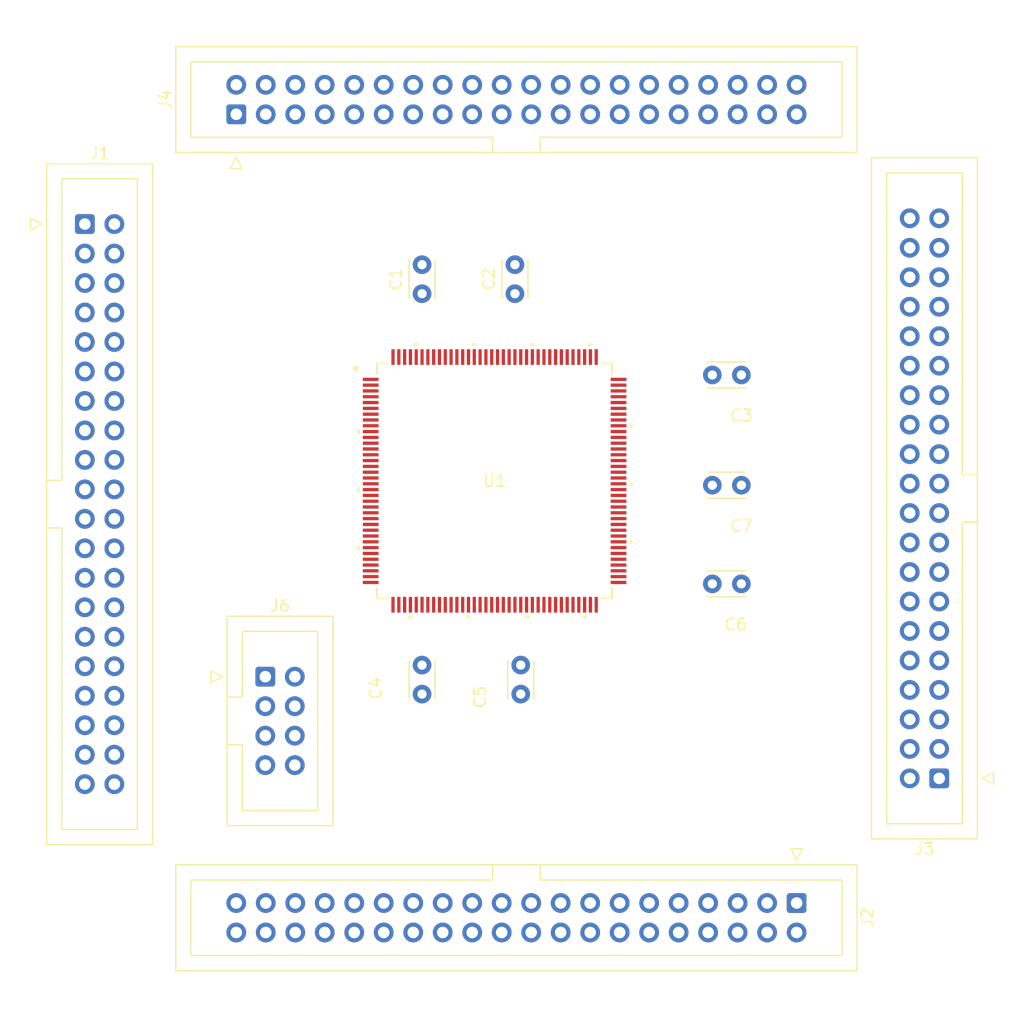
<source format=kicad_pcb>
(kicad_pcb (version 20240108) (generator "pcbnew") (generator_version "8.0")
  (layers (0 "F.Cu" signal) (31 "B.Cu" signal) (34 "B.Paste" user) (35 "F.Paste" user) (36 "B.SilkS" user "B.Silkscreen") (37 "F.SilkS" user "F.Silkscreen") (38 "B.Mask" user) (39 "F.Mask" user) (44 "Edge.Cuts" user))
  (net 0 "")
  (net 1 "GND")
  (net 2 "VCC")
  (net 3 "Net-(J1-Pin_2)")
  (net 4 "Net-(J1-Pin_1)")
  (net 5 "/P74_PROGRAM")
  (net 6 "/P106_DOUT")
  (net 7 "/P107_CCLK")
  (net 8 "/P105_DIN")
  (net 9 "Net-(J1-Pin_6)")
  (net 10 "Net-(J1-Pin_10)")
  (net 11 "Net-(J1-Pin_5)")
  (net 12 "Net-(J1-Pin_9)")
  (net 13 "Net-(J1-Pin_7)")
  (net 14 "Net-(J1-Pin_4)")
  (net 15 "Net-(J1-Pin_21)")
  (net 16 "Net-(J1-Pin_26)")
  (net 17 "Net-(J1-Pin_12)")
  (net 18 "Net-(J1-Pin_14)")
  (net 19 "Net-(J1-Pin_20)")
  (net 20 "Net-(J1-Pin_13)")
  (net 21 "Net-(J1-Pin_15)")
  (net 22 "Net-(J1-Pin_18)")
  (net 23 "Net-(J1-Pin_22)")
  (net 24 "Net-(J1-Pin_23)")
  (net 25 "Net-(J1-Pin_17)")
  (net 26 "Net-(J1-Pin_31)")
  (net 27 "Net-(J1-Pin_34)")
  (net 28 "Net-(J1-Pin_30)")
  (net 29 "Net-(J1-Pin_38)")
  (net 30 "Net-(J1-Pin_25)")
  (net 31 "Net-(J1-Pin_36)")
  (net 32 "Net-(J1-Pin_28)")
  (net 33 "Net-(J1-Pin_29)")
  (net 34 "Net-(J1-Pin_39)")
  (net 35 "Net-(J1-Pin_37)")
  (net 36 "Net-(J1-Pin_40)")
  (net 37 "Net-(J1-Pin_33)")
  (net 38 "Net-(J2-Pin_9)")
  (net 39 "Net-(J2-Pin_39)")
  (net 40 "Net-(J2-Pin_22)")
  (net 41 "Net-(J2-Pin_15)")
  (net 42 "Net-(J2-Pin_31)")
  (net 43 "Net-(J2-Pin_25)")
  (net 44 "Net-(J2-Pin_37)")
  (net 45 "Net-(J2-Pin_6)")
  (net 46 "Net-(J2-Pin_23)")
  (net 47 "Net-(J2-Pin_38)")
  (net 48 "Net-(J2-Pin_33)")
  (net 49 "Net-(J2-Pin_4)")
  (net 50 "Net-(J2-Pin_21)")
  (net 51 "Net-(J2-Pin_13)")
  (net 52 "Net-(J2-Pin_18)")
  (net 53 "Net-(J2-Pin_28)")
  (net 54 "Net-(J2-Pin_20)")
  (net 55 "Net-(J2-Pin_26)")
  (net 56 "Net-(J2-Pin_30)")
  (net 57 "Net-(J2-Pin_34)")
  (net 58 "Net-(J2-Pin_17)")
  (net 59 "Net-(J2-Pin_7)")
  (net 60 "Net-(J2-Pin_5)")
  (net 61 "Net-(J2-Pin_12)")
  (net 62 "Net-(J2-Pin_40)")
  (net 63 "Net-(J2-Pin_10)")
  (net 64 "Net-(J2-Pin_29)")
  (net 65 "Net-(J2-Pin_14)")
  (net 66 "Net-(J2-Pin_36)")
  (net 67 "Net-(J3-Pin_20)")
  (net 68 "Net-(J3-Pin_36)")
  (net 69 "Net-(J3-Pin_34)")
  (net 70 "Net-(J3-Pin_9)")
  (net 71 "Net-(J3-Pin_7)")
  (net 72 "Net-(J3-Pin_26)")
  (net 73 "Net-(J3-Pin_10)")
  (net 74 "Net-(J3-Pin_12)")
  (net 75 "Net-(J3-Pin_17)")
  (net 76 "Net-(J3-Pin_33)")
  (net 77 "Net-(J3-Pin_29)")
  (net 78 "Net-(J3-Pin_13)")
  (net 79 "Net-(J3-Pin_38)")
  (net 80 "Net-(J3-Pin_30)")
  (net 81 "Net-(J3-Pin_6)")
  (net 82 "Net-(J3-Pin_22)")
  (net 83 "Net-(J3-Pin_15)")
  (net 84 "Net-(J3-Pin_4)")
  (net 85 "Net-(J3-Pin_5)")
  (net 86 "Net-(J3-Pin_23)")
  (net 87 "Net-(J3-Pin_25)")
  (net 88 "Net-(J3-Pin_31)")
  (net 89 "Net-(J3-Pin_14)")
  (net 90 "Net-(J3-Pin_28)")
  (net 92 "Net-(J3-Pin_1)")
  (net 93 "Net-(J3-Pin_18)")
  (net 94 "Net-(J4-Pin_36)")
  (net 95 "Net-(J4-Pin_23)")
  (net 96 "Net-(J4-Pin_1)")
  (net 97 "Net-(J4-Pin_31)")
  (net 98 "Net-(J4-Pin_30)")
  (net 99 "Net-(J4-Pin_22)")
  (net 100 "Net-(J4-Pin_29)")
  (net 101 "Net-(J4-Pin_28)")
  (net 102 "Net-(J4-Pin_26)")
  (net 103 "Net-(J4-Pin_34)")
  (net 104 "Net-(J4-Pin_25)")
  (net 105 "Net-(J4-Pin_6)")
  (net 106 "Net-(J4-Pin_20)")
  (net 107 "Net-(J4-Pin_4)")
  (net 108 "Net-(J4-Pin_15)")
  (net 109 "Net-(J4-Pin_9)")
  (net 110 "Net-(J4-Pin_40)")
  (net 111 "Net-(J4-Pin_13)")
  (net 112 "Net-(J4-Pin_5)")
  (net 113 "Net-(J4-Pin_17)")
  (net 114 "Net-(J4-Pin_7)")
  (net 115 "Net-(J4-Pin_10)")
  (net 116 "Net-(J4-Pin_14)")
  (net 117 "Net-(J4-Pin_21)")
  (net 118 "Net-(J4-Pin_37)")
  (net 119 "Net-(J4-Pin_18)")
  (net 120 "Net-(J4-Pin_33)")
  (net 121 "Net-(J4-Pin_39)")
  (net 122 "Net-(J4-Pin_12)")
  (net 123 "Net-(J4-Pin_38)")
  (net 124 "/P72_DONE")
  (footprint "Capacitor_THT:C_Disc_D3.0mm_W2.0mm_P2.50mm" (layer "F.Cu") (at 172.5 94.5)
    (property "Reference" "C3" (at 2.5 3.5 0) (layer "F.SilkS"))
    (property "Value" "C")
    (pad "1" thru_hole circle (at 0 0) (size 1.6 1.6) (drill 0.8) (layers "*.Cu" "*.Mask") (net 2 "VCC"))
    (pad "2" thru_hole circle (at 2.5 0) (size 1.6 1.6) (drill 0.8) (layers "*.Cu" "*.Mask") (net 1 "GND"))
  )
  (footprint "Connector_IDC:IDC-Header_2x04_P2.54mm_Vertical" (layer "F.Cu") (at 134 120.5)
    (property "Reference" "J6" (at 1.27 -6.1 0) (layer "F.SilkS"))
    (property "Value" "Conn_02x04_Odd_Even")
    (pad "1" thru_hole roundrect (at 0 0) (size 1.7 1.7) (drill 1) (layers "*.Cu" "*.Mask") (roundrect_rratio 0.147059) (net 1 "GND"))
    (pad "2" thru_hole circle (at 2.54 0) (size 1.7 1.7) (drill 1) (layers "*.Cu" "*.Mask") (net 2 "VCC"))
    (pad "3" thru_hole circle (at 0 2.54) (size 1.7 1.7) (drill 1) (layers "*.Cu" "*.Mask") (net 1 "GND"))
    (pad "4" thru_hole circle (at 2.54 2.54) (size 1.7 1.7) (drill 1) (layers "*.Cu" "*.Mask") (net 2 "VCC"))
    (pad "5" thru_hole circle (at 0 5.08) (size 1.7 1.7) (drill 1) (layers "*.Cu" "*.Mask") (net 1 "GND"))
    (pad "6" thru_hole circle (at 2.54 5.08) (size 1.7 1.7) (drill 1) (layers "*.Cu" "*.Mask") (net 2 "VCC"))
    (pad "7" thru_hole circle (at 0 7.62) (size 1.7 1.7) (drill 1) (layers "*.Cu" "*.Mask") (net 1 "GND"))
    (pad "8" thru_hole circle (at 2.54 7.62) (size 1.7 1.7) (drill 1) (layers "*.Cu" "*.Mask") (net 2 "VCC"))
  )
  (footprint "Capacitor_THT:C_Disc_D3.0mm_W2.0mm_P2.50mm" (layer "F.Cu") (at 172.5 112.5)
    (property "Reference" "C6" (at 2 3.5 0) (layer "F.SilkS"))
    (property "Value" "C")
    (pad "1" thru_hole circle (at 0 0) (size 1.6 1.6) (drill 0.8) (layers "*.Cu" "*.Mask") (net 2 "VCC"))
    (pad "2" thru_hole circle (at 2.5 0) (size 1.6 1.6) (drill 0.8) (layers "*.Cu" "*.Mask") (net 1 "GND"))
  )
  (footprint "Connector_IDC:IDC-Header_2x20_P2.54mm_Vertical" (layer "F.Cu") (at 192.04 129.26 180)
    (property "Reference" "J3" (at 1.27 -6.1 180) (layer "F.SilkS"))
    (property "Value" "Conn_02x20_Odd_Even")
    (pad "1" thru_hole roundrect (at 0 0 180) (size 1.7 1.7) (drill 1) (layers "*.Cu" "*.Mask") (roundrect_rratio 0.147059) (net 92 "Net-(J3-Pin_1)"))
    (pad "2" thru_hole circle (at 2.54 0 180) (size 1.7 1.7) (drill 1) (layers "*.Cu" "*.Mask") (net 5 "/P74_PROGRAM"))
    (pad "3" thru_hole circle (at 0 2.54 180) (size 1.7 1.7) (drill 1) (layers "*.Cu" "*.Mask") (net 1 "GND"))
    (pad "4" thru_hole circle (at 2.54 2.54 180) (size 1.7 1.7) (drill 1) (layers "*.Cu" "*.Mask") (net 84 "Net-(J3-Pin_4)"))
    (pad "5" thru_hole circle (at 0 5.08 180) (size 1.7 1.7) (drill 1) (layers "*.Cu" "*.Mask") (net 85 "Net-(J3-Pin_5)"))
    (pad "6" thru_hole circle (at 2.54 5.08 180) (size 1.7 1.7) (drill 1) (layers "*.Cu" "*.Mask") (net 81 "Net-(J3-Pin_6)"))
    (pad "7" thru_hole circle (at 0 7.62 180) (size 1.7 1.7) (drill 1) (layers "*.Cu" "*.Mask") (net 71 "Net-(J3-Pin_7)"))
    (pad "8" thru_hole circle (at 2.54 7.62 180) (size 1.7 1.7) (drill 1) (layers "*.Cu" "*.Mask") (net 1 "GND"))
    (pad "9" thru_hole circle (at 0 10.16 180) (size 1.7 1.7) (drill 1) (layers "*.Cu" "*.Mask") (net 70 "Net-(J3-Pin_9)"))
    (pad "10" thru_hole circle (at 2.54 10.16 180) (size 1.7 1.7) (drill 1) (layers "*.Cu" "*.Mask") (net 73 "Net-(J3-Pin_10)"))
    (pad "11" thru_hole circle (at 0 12.7 180) (size 1.7 1.7) (drill 1) (layers "*.Cu" "*.Mask") (net 1 "GND"))
    (pad "12" thru_hole circle (at 2.54 12.7 180) (size 1.7 1.7) (drill 1) (layers "*.Cu" "*.Mask") (net 74 "Net-(J3-Pin_12)"))
    (pad "13" thru_hole circle (at 0 15.24 180) (size 1.7 1.7) (drill 1) (layers "*.Cu" "*.Mask") (net 78 "Net-(J3-Pin_13)"))
    (pad "14" thru_hole circle (at 2.54 15.24 180) (size 1.7 1.7) (drill 1) (layers "*.Cu" "*.Mask") (net 89 "Net-(J3-Pin_14)"))
    (pad "15" thru_hole circle (at 0 17.78 180) (size 1.7 1.7) (drill 1) (layers "*.Cu" "*.Mask") (net 83 "Net-(J3-Pin_15)"))
    (pad "16" thru_hole circle (at 2.54 17.78 180) (size 1.7 1.7) (drill 1) (layers "*.Cu" "*.Mask") (net 1 "GND"))
    (pad "17" thru_hole circle (at 0 20.32 180) (size 1.7 1.7) (drill 1) (layers "*.Cu" "*.Mask") (net 75 "Net-(J3-Pin_17)"))
    (pad "18" thru_hole circle (at 2.54 20.32 180) (size 1.7 1.7) (drill 1) (layers "*.Cu" "*.Mask") (net 93 "Net-(J3-Pin_18)"))
    (pad "19" thru_hole circle (at 0 22.86 180) (size 1.7 1.7) (drill 1) (layers "*.Cu" "*.Mask") (net 1 "GND"))
    (pad "20" thru_hole circle (at 2.54 22.86 180) (size 1.7 1.7) (drill 1) (layers "*.Cu" "*.Mask") (net 67 "Net-(J3-Pin_20)"))
    (pad "21" thru_hole circle (at 0 25.4 180) (size 1.7 1.7) (drill 1) (layers "*.Cu" "*.Mask"))
    (pad "22" thru_hole circle (at 2.54 25.4 180) (size 1.7 1.7) (drill 1) (layers "*.Cu" "*.Mask") (net 82 "Net-(J3-Pin_22)"))
    (pad "23" thru_hole circle (at 0 27.94 180) (size 1.7 1.7) (drill 1) (layers "*.Cu" "*.Mask") (net 86 "Net-(J3-Pin_23)"))
    (pad "24" thru_hole circle (at 2.54 27.94 180) (size 1.7 1.7) (drill 1) (layers "*.Cu" "*.Mask") (net 1 "GND"))
    (pad "25" thru_hole circle (at 0 30.48 180) (size 1.7 1.7) (drill 1) (layers "*.Cu" "*.Mask") (net 87 "Net-(J3-Pin_25)"))
    (pad "26" thru_hole circle (at 2.54 30.48 180) (size 1.7 1.7) (drill 1) (layers "*.Cu" "*.Mask") (net 72 "Net-(J3-Pin_26)"))
    (pad "27" thru_hole circle (at 0 33.02 180) (size 1.7 1.7) (drill 1) (layers "*.Cu" "*.Mask") (net 1 "GND"))
    (pad "28" thru_hole circle (at 2.54 33.02 180) (size 1.7 1.7) (drill 1) (layers "*.Cu" "*.Mask") (net 90 "Net-(J3-Pin_28)"))
    (pad "29" thru_hole circle (at 0 35.56 180) (size 1.7 1.7) (drill 1) (layers "*.Cu" "*.Mask") (net 77 "Net-(J3-Pin_29)"))
    (pad "30" thru_hole circle (at 2.54 35.56 180) (size 1.7 1.7) (drill 1) (layers "*.Cu" "*.Mask") (net 80 "Net-(J3-Pin_30)"))
    (pad "31" thru_hole circle (at 0 38.1 180) (size 1.7 1.7) (drill 1) (layers "*.Cu" "*.Mask") (net 88 "Net-(J3-Pin_31)"))
    (pad "32" thru_hole circle (at 2.54 38.1 180) (size 1.7 1.7) (drill 1) (layers "*.Cu" "*.Mask") (net 1 "GND"))
    (pad "33" thru_hole circle (at 0 40.64 180) (size 1.7 1.7) (drill 1) (layers "*.Cu" "*.Mask") (net 76 "Net-(J3-Pin_33)"))
    (pad "34" thru_hole circle (at 2.54 40.64 180) (size 1.7 1.7) (drill 1) (layers "*.Cu" "*.Mask") (net 69 "Net-(J3-Pin_34)"))
    (pad "35" thru_hole circle (at 0 43.18 180) (size 1.7 1.7) (drill 1) (layers "*.Cu" "*.Mask") (net 1 "GND"))
    (pad "36" thru_hole circle (at 2.54 43.18 180) (size 1.7 1.7) (drill 1) (layers "*.Cu" "*.Mask") (net 68 "Net-(J3-Pin_36)"))
    (pad "37" thru_hole circle (at 0 45.72 180) (size 1.7 1.7) (drill 1) (layers "*.Cu" "*.Mask") (net 6 "/P106_DOUT"))
    (pad "38" thru_hole circle (at 2.54 45.72 180) (size 1.7 1.7) (drill 1) (layers "*.Cu" "*.Mask") (net 79 "Net-(J3-Pin_38)"))
    (pad "39" thru_hole circle (at 0 48.26 180) (size 1.7 1.7) (drill 1) (layers "*.Cu" "*.Mask") (net 7 "/P107_CCLK"))
    (pad "40" thru_hole circle (at 2.54 48.26 180) (size 1.7 1.7) (drill 1) (layers "*.Cu" "*.Mask") (net 8 "/P105_DIN"))
  )
  (footprint "Capacitor_THT:C_Disc_D3.0mm_W2.0mm_P2.50mm" (layer "F.Cu") (at 147.5 119.5 -90)
    (property "Reference" "C4" (at 2 4 90) (layer "F.SilkS"))
    (property "Value" "C")
    (pad "1" thru_hole circle (at 0 0 270) (size 1.6 1.6) (drill 0.8) (layers "*.Cu" "*.Mask") (net 2 "VCC"))
    (pad "2" thru_hole circle (at 2.5 0 270) (size 1.6 1.6) (drill 0.8) (layers "*.Cu" "*.Mask") (net 1 "GND"))
  )
  (footprint "Capacitor_THT:C_Disc_D3.0mm_W2.0mm_P2.50mm" (layer "F.Cu") (at 172.5 104)
    (property "Reference" "C7" (at 2.5 3.5 0) (layer "F.SilkS"))
    (property "Value" "C")
    (pad "1" thru_hole circle (at 0 0) (size 1.6 1.6) (drill 0.8) (layers "*.Cu" "*.Mask") (net 2 "VCC"))
    (pad "2" thru_hole circle (at 2.5 0) (size 1.6 1.6) (drill 0.8) (layers "*.Cu" "*.Mask") (net 1 "GND"))
  )
  (footprint "Connector_IDC:IDC-Header_2x20_P2.54mm_Vertical" (layer "F.Cu") (at 131.5 72.04 90)
    (property "Reference" "J4" (at 1.27 -6.1 270) (layer "F.SilkS"))
    (property "Value" "Conn_02x20_Odd_Even")
    (pad "1" thru_hole roundrect (at 0 0 90) (size 1.7 1.7) (drill 1) (layers "*.Cu" "*.Mask") (roundrect_rratio 0.147059) (net 96 "Net-(J4-Pin_1)"))
    (pad "2" thru_hole circle (at 2.54 0 90) (size 1.7 1.7) (drill 1) (layers "*.Cu" "*.Mask"))
    (pad "3" thru_hole circle (at 0 2.54 90) (size 1.7 1.7) (drill 1) (layers "*.Cu" "*.Mask") (net 1 "GND"))
    (pad "4" thru_hole circle (at 2.54 2.54 90) (size 1.7 1.7) (drill 1) (layers "*.Cu" "*.Mask") (net 107 "Net-(J4-Pin_4)"))
    (pad "5" thru_hole circle (at 0 5.08 90) (size 1.7 1.7) (drill 1) (layers "*.Cu" "*.Mask") (net 112 "Net-(J4-Pin_5)"))
    (pad "6" thru_hole circle (at 2.54 5.08 90) (size 1.7 1.7) (drill 1) (layers "*.Cu" "*.Mask") (net 105 "Net-(J4-Pin_6)"))
    (pad "7" thru_hole circle (at 0 7.62 90) (size 1.7 1.7) (drill 1) (layers "*.Cu" "*.Mask") (net 114 "Net-(J4-Pin_7)"))
    (pad "8" thru_hole circle (at 2.54 7.62 90) (size 1.7 1.7) (drill 1) (layers "*.Cu" "*.Mask") (net 1 "GND"))
    (pad "9" thru_hole circle (at 0 10.16 90) (size 1.7 1.7) (drill 1) (layers "*.Cu" "*.Mask") (net 109 "Net-(J4-Pin_9)"))
    (pad "10" thru_hole circle (at 2.54 10.16 90) (size 1.7 1.7) (drill 1) (layers "*.Cu" "*.Mask") (net 115 "Net-(J4-Pin_10)"))
    (pad "11" thru_hole circle (at 0 12.7 90) (size 1.7 1.7) (drill 1) (layers "*.Cu" "*.Mask") (net 1 "GND"))
    (pad "12" thru_hole circle (at 2.54 12.7 90) (size 1.7 1.7) (drill 1) (layers "*.Cu" "*.Mask") (net 122 "Net-(J4-Pin_12)"))
    (pad "13" thru_hole circle (at 0 15.24 90) (size 1.7 1.7) (drill 1) (layers "*.Cu" "*.Mask") (net 111 "Net-(J4-Pin_13)"))
    (pad "14" thru_hole circle (at 2.54 15.24 90) (size 1.7 1.7) (drill 1) (layers "*.Cu" "*.Mask") (net 116 "Net-(J4-Pin_14)"))
    (pad "15" thru_hole circle (at 0 17.78 90) (size 1.7 1.7) (drill 1) (layers "*.Cu" "*.Mask") (net 108 "Net-(J4-Pin_15)"))
    (pad "16" thru_hole circle (at 2.54 17.78 90) (size 1.7 1.7) (drill 1) (layers "*.Cu" "*.Mask") (net 1 "GND"))
    (pad "17" thru_hole circle (at 0 20.32 90) (size 1.7 1.7) (drill 1) (layers "*.Cu" "*.Mask") (net 113 "Net-(J4-Pin_17)"))
    (pad "18" thru_hole circle (at 2.54 20.32 90) (size 1.7 1.7) (drill 1) (layers "*.Cu" "*.Mask") (net 119 "Net-(J4-Pin_18)"))
    (pad "19" thru_hole circle (at 0 22.86 90) (size 1.7 1.7) (drill 1) (layers "*.Cu" "*.Mask") (net 1 "GND"))
    (pad "20" thru_hole circle (at 2.54 22.86 90) (size 1.7 1.7) (drill 1) (layers "*.Cu" "*.Mask") (net 106 "Net-(J4-Pin_20)"))
    (pad "21" thru_hole circle (at 0 25.4 90) (size 1.7 1.7) (drill 1) (layers "*.Cu" "*.Mask") (net 117 "Net-(J4-Pin_21)"))
    (pad "22" thru_hole circle (at 2.54 25.4 90) (size 1.7 1.7) (drill 1) (layers "*.Cu" "*.Mask") (net 99 "Net-(J4-Pin_22)"))
    (pad "23" thru_hole circle (at 0 27.94 90) (size 1.7 1.7) (drill 1) (layers "*.Cu" "*.Mask") (net 95 "Net-(J4-Pin_23)"))
    (pad "24" thru_hole circle (at 2.54 27.94 90) (size 1.7 1.7) (drill 1) (layers "*.Cu" "*.Mask") (net 1 "GND"))
    (pad "25" thru_hole circle (at 0 30.48 90) (size 1.7 1.7) (drill 1) (layers "*.Cu" "*.Mask") (net 104 "Net-(J4-Pin_25)"))
    (pad "26" thru_hole circle (at 2.54 30.48 90) (size 1.7 1.7) (drill 1) (layers "*.Cu" "*.Mask") (net 102 "Net-(J4-Pin_26)"))
    (pad "27" thru_hole circle (at 0 33.02 90) (size 1.7 1.7) (drill 1) (layers "*.Cu" "*.Mask") (net 1 "GND"))
    (pad "28" thru_hole circle (at 2.54 33.02 90) (size 1.7 1.7) (drill 1) (layers "*.Cu" "*.Mask") (net 101 "Net-(J4-Pin_28)"))
    (pad "29" thru_hole circle (at 0 35.56 90) (size 1.7 1.7) (drill 1) (layers "*.Cu" "*.Mask") (net 100 "Net-(J4-Pin_29)"))
    (pad "30" thru_hole circle (at 2.54 35.56 90) (size 1.7 1.7) (drill 1) (layers "*.Cu" "*.Mask") (net 98 "Net-(J4-Pin_30)"))
    (pad "31" thru_hole circle (at 0 38.1 90) (size 1.7 1.7) (drill 1) (layers "*.Cu" "*.Mask") (net 97 "Net-(J4-Pin_31)"))
    (pad "32" thru_hole circle (at 2.54 38.1 90) (size 1.7 1.7) (drill 1) (layers "*.Cu" "*.Mask") (net 1 "GND"))
    (pad "33" thru_hole circle (at 0 40.64 90) (size 1.7 1.7) (drill 1) (layers "*.Cu" "*.Mask") (net 120 "Net-(J4-Pin_33)"))
    (pad "34" thru_hole circle (at 2.54 40.64 90) (size 1.7 1.7) (drill 1) (layers "*.Cu" "*.Mask") (net 103 "Net-(J4-Pin_34)"))
    (pad "35" thru_hole circle (at 0 43.18 90) (size 1.7 1.7) (drill 1) (layers "*.Cu" "*.Mask") (net 1 "GND"))
    (pad "36" thru_hole circle (at 2.54 43.18 90) (size 1.7 1.7) (drill 1) (layers "*.Cu" "*.Mask") (net 94 "Net-(J4-Pin_36)"))
    (pad "37" thru_hole circle (at 0 45.72 90) (size 1.7 1.7) (drill 1) (layers "*.Cu" "*.Mask") (net 118 "Net-(J4-Pin_37)"))
    (pad "38" thru_hole circle (at 2.54 45.72 90) (size 1.7 1.7) (drill 1) (layers "*.Cu" "*.Mask") (net 123 "Net-(J4-Pin_38)"))
    (pad "39" thru_hole circle (at 0 48.26 90) (size 1.7 1.7) (drill 1) (layers "*.Cu" "*.Mask") (net 121 "Net-(J4-Pin_39)"))
    (pad "40" thru_hole circle (at 2.54 48.26 90) (size 1.7 1.7) (drill 1) (layers "*.Cu" "*.Mask") (net 110 "Net-(J4-Pin_40)"))
  )
  (footprint "TQ144:144-TQFP_XIL" (layer "F.Cu") (at 153.749999 103.628452)
    (property "Reference" "U1" (at 0 0 0) (layer "F.SilkS"))
    (property "Value" "XCS20-4TQ144C")
    (fp_text user "*" (at -11.9832 -9.381 0) (layer "F.SilkS"))
    (fp_text user "*" (at -11.9832 -9.381 0) (layer "F.SilkS"))
    (pad "1" smd rect (at -10.671548 -8.75 90) (size 0.2794 1.353299) (layers "F.Cu" "F.Paste" "F.Mask") (net 1 "GND"))
    (pad "2" smd rect (at -10.671548 -8.250001 90) (size 0.2794 1.353299) (layers "F.Cu" "F.Paste" "F.Mask") (net 3 "Net-(J1-Pin_2)"))
    (pad "3" smd rect (at -10.671548 -7.75 90) (size 0.2794 1.353299) (layers "F.Cu" "F.Paste" "F.Mask") (net 4 "Net-(J1-Pin_1)"))
    (pad "4" smd rect (at -10.671548 -7.250001 90) (size 0.2794 1.353299) (layers "F.Cu" "F.Paste" "F.Mask") (net 14 "Net-(J1-Pin_4)"))
    (pad "5" smd rect (at -10.671548 -6.749999 90) (size 0.2794 1.353299) (layers "F.Cu" "F.Paste" "F.Mask") (net 11 "Net-(J1-Pin_5)"))
    (pad "6" smd rect (at -10.671548 -6.25 90) (size 0.2794 1.353299) (layers "F.Cu" "F.Paste" "F.Mask") (net 9 "Net-(J1-Pin_6)"))
    (pad "7" smd rect (at -10.671548 -5.750001 90) (size 0.2794 1.353299) (layers "F.Cu" "F.Paste" "F.Mask") (net 13 "Net-(J1-Pin_7)"))
    (pad "8" smd rect (at -10.671548 -5.25 90) (size 0.2794 1.353299) (layers "F.Cu" "F.Paste" "F.Mask") (net 1 "GND"))
    (pad "9" smd rect (at -10.671548 -4.750001 90) (size 0.2794 1.353299) (layers "F.Cu" "F.Paste" "F.Mask") (net 10 "Net-(J1-Pin_10)"))
    (pad "10" smd rect (at -10.671548 -4.249999 90) (size 0.2794 1.353299) (layers "F.Cu" "F.Paste" "F.Mask") (net 12 "Net-(J1-Pin_9)"))
    (pad "11" smd rect (at -10.671548 -3.75 90) (size 0.2794 1.353299) (layers "F.Cu" "F.Paste" "F.Mask") (net 17 "Net-(J1-Pin_12)"))
    (pad "12" smd rect (at -10.671548 -3.250001 90) (size 0.2794 1.353299) (layers "F.Cu" "F.Paste" "F.Mask") (net 20 "Net-(J1-Pin_13)"))
    (pad "13" smd rect (at -10.671548 -2.75 90) (size 0.2794 1.353299) (layers "F.Cu" "F.Paste" "F.Mask") (net 18 "Net-(J1-Pin_14)"))
    (pad "14" smd rect (at -10.671548 -2.250001 90) (size 0.2794 1.353299) (layers "F.Cu" "F.Paste" "F.Mask") (net 21 "Net-(J1-Pin_15)"))
    (pad "15" smd rect (at -10.671548 -1.749999 90) (size 0.2794 1.353299) (layers "F.Cu" "F.Paste" "F.Mask") (net 22 "Net-(J1-Pin_18)"))
    (pad "16" smd rect (at -10.671548 -1.25 90) (size 0.2794 1.353299) (layers "F.Cu" "F.Paste" "F.Mask") (net 25 "Net-(J1-Pin_17)"))
    (pad "17" smd rect (at -10.671548 -0.750001 90) (size 0.2794 1.353299) (layers "F.Cu" "F.Paste" "F.Mask") (net 1 "GND"))
    (pad "18" smd rect (at -10.671548 -0.25 90) (size 0.2794 1.353299) (layers "F.Cu" "F.Paste" "F.Mask") (net 19 "Net-(J1-Pin_20)"))
    (pad "19" smd rect (at -10.671548 0.25 90) (size 0.2794 1.353299) (layers "F.Cu" "F.Paste" "F.Mask") (net 15 "Net-(J1-Pin_21)"))
    (pad "20" smd rect (at -10.671548 0.749998 90) (size 0.2794 1.353299) (layers "F.Cu" "F.Paste" "F.Mask") (net 23 "Net-(J1-Pin_22)"))
    (pad "21" smd rect (at -10.671548 1.25 90) (size 0.2794 1.353299) (layers "F.Cu" "F.Paste" "F.Mask") (net 24 "Net-(J1-Pin_23)"))
    (pad "22" smd rect (at -10.671548 1.749999 90) (size 0.2794 1.353299) (layers "F.Cu" "F.Paste" "F.Mask") (net 16 "Net-(J1-Pin_26)"))
    (pad "23" smd rect (at -10.671548 2.250001 90) (size 0.2794 1.353299) (layers "F.Cu" "F.Paste" "F.Mask") (net 30 "Net-(J1-Pin_25)"))
    (pad "24" smd rect (at -10.671548 2.75 90) (size 0.2794 1.353299) (layers "F.Cu" "F.Paste" "F.Mask") (net 32 "Net-(J1-Pin_28)"))
    (pad "25" smd rect (at -10.671548 3.249999 90) (size 0.2794 1.353299) (layers "F.Cu" "F.Paste" "F.Mask") (net 28 "Net-(J1-Pin_30)"))
    (pad "26" smd rect (at -10.671548 3.75 90) (size 0.2794 1.353299) (layers "F.Cu" "F.Paste" "F.Mask") (net 33 "Net-(J1-Pin_29)"))
    (pad "27" smd rect (at -10.671548 4.249999 90) (size 0.2794 1.353299) (layers "F.Cu" "F.Paste" "F.Mask") (net 1 "GND"))
    (pad "28" smd rect (at -10.671548 4.750001 90) (size 0.2794 1.353299) (layers "F.Cu" "F.Paste" "F.Mask") (net 27 "Net-(J1-Pin_34)"))
    (pad "29" smd rect (at -10.671548 5.25 90) (size 0.2794 1.353299) (layers "F.Cu" "F.Paste" "F.Mask") (net 26 "Net-(J1-Pin_31)"))
    (pad "30" smd rect (at -10.671548 5.749999 90) (size 0.2794 1.353299) (layers "F.Cu" "F.Paste" "F.Mask") (net 31 "Net-(J1-Pin_36)"))
    (pad "31" smd rect (at -10.671548 6.25 90) (size 0.2794 1.353299) (layers "F.Cu" "F.Paste" "F.Mask") (net 37 "Net-(J1-Pin_33)"))
    (pad "32" smd rect (at -10.671548 6.749999 90) (size 0.2794 1.353299) (layers "F.Cu" "F.Paste" "F.Mask") (net 29 "Net-(J1-Pin_38)"))
    (pad "33" smd rect (at -10.671548 7.250001 90) (size 0.2794 1.353299) (layers "F.Cu" "F.Paste" "F.Mask") (net 36 "Net-(J1-Pin_40)"))
    (pad "34" smd rect (at -10.671548 7.75 90) (size 0.2794 1.353299) (layers "F.Cu" "F.Paste" "F.Mask") (net 35 "Net-(J1-Pin_37)"))
    (pad "35" smd rect (at -10.671548 8.249999 90) (size 0.2794 1.353299) (layers "F.Cu" "F.Paste" "F.Mask") (net 1 "GND"))
    (pad "36" smd rect (at -10.671548 8.75 90) (size 0.2794 1.353299) (layers "F.Cu" "F.Paste" "F.Mask") (net 34 "Net-(J1-Pin_39)"))
    (pad "37" smd rect (at -8.75 10.671548) (size 0.2794 1.353299) (layers "F.Cu" "F.Paste" "F.Mask") (net 2 "VCC"))
    (pad "38" smd rect (at -8.250001 10.671548) (size 0.2794 1.353299) (layers "F.Cu" "F.Paste" "F.Mask") (net 39 "Net-(J2-Pin_39)"))
    (pad "39" smd rect (at -7.75 10.671548) (size 0.2794 1.353299) (layers "F.Cu" "F.Paste" "F.Mask") (net 44 "Net-(J2-Pin_37)"))
    (pad "40" smd rect (at -7.250001 10.671548) (size 0.2794 1.353299) (layers "F.Cu" "F.Paste" "F.Mask") (net 62 "Net-(J2-Pin_40)"))
    (pad "41" smd rect (at -6.749999 10.671548) (size 0.2794 1.353299) (layers "F.Cu" "F.Paste" "F.Mask") (net 47 "Net-(J2-Pin_38)"))
    (pad "42" smd rect (at -6.25 10.671548) (size 0.2794 1.353299) (layers "F.Cu" "F.Paste" "F.Mask") (net 48 "Net-(J2-Pin_33)"))
    (pad "43" smd rect (at -5.750001 10.671548) (size 0.2794 1.353299) (layers "F.Cu" "F.Paste" "F.Mask") (net 66 "Net-(J2-Pin_36)"))
    (pad "44" smd rect (at -5.25 10.671548) (size 0.2794 1.353299) (layers "F.Cu" "F.Paste" "F.Mask") (net 42 "Net-(J2-Pin_31)"))
    (pad "45" smd rect (at -4.750001 10.671548) (size 0.2794 1.353299) (layers "F.Cu" "F.Paste" "F.Mask") (net 1 "GND"))
    (pad "46" smd rect (at -4.249999 10.671548) (size 0.2794 1.353299) (layers "F.Cu" "F.Paste" "F.Mask") (net 57 "Net-(J2-Pin_34)"))
    (pad "47" smd rect (at -3.75 10.671548) (size 0.2794 1.353299) (layers "F.Cu" "F.Paste" "F.Mask") (net 64 "Net-(J2-Pin_29)"))
    (pad "48" smd rect (at -3.250001 10.671548) (size 0.2794 1.353299) (layers "F.Cu" "F.Paste" "F.Mask") (net 56 "Net-(J2-Pin_30)"))
    (pad "49" smd rect (at -2.75 10.671548) (size 0.2794 1.353299) (layers "F.Cu" "F.Paste" "F.Mask") (net 53 "Net-(J2-Pin_28)"))
    (pad "50" smd rect (at -2.250001 10.671548) (size 0.2794 1.353299) (layers "F.Cu" "F.Paste" "F.Mask") (net 43 "Net-(J2-Pin_25)"))
    (pad "51" smd rect (at -1.749999 10.671548) (size 0.2794 1.353299) (layers "F.Cu" "F.Paste" "F.Mask") (net 55 "Net-(J2-Pin_26)"))
    (pad "52" smd rect (at -1.25 10.671548) (size 0.2794 1.353299) (layers "F.Cu" "F.Paste" "F.Mask") (net 46 "Net-(J2-Pin_23)"))
    (pad "53" smd rect (at -0.750001 10.671548) (size 0.2794 1.353299) (layers "F.Cu" "F.Paste" "F.Mask") (net 40 "Net-(J2-Pin_22)"))
    (pad "54" smd rect (at -0.25 10.671548) (size 0.2794 1.353299) (layers "F.Cu" "F.Paste" "F.Mask") (net 2 "VCC"))
    (pad "55" smd rect (at 0.25 10.671548) (size 0.2794 1.353299) (layers "F.Cu" "F.Paste" "F.Mask") (net 1 "GND"))
    (pad "56" smd rect (at 0.750001 10.671548) (size 0.2794 1.353299) (layers "F.Cu" "F.Paste" "F.Mask") (net 50 "Net-(J2-Pin_21)"))
    (pad "57" smd rect (at 1.25 10.671548) (size 0.2794 1.353299) (layers "F.Cu" "F.Paste" "F.Mask") (net 54 "Net-(J2-Pin_20)"))
    (pad "58" smd rect (at 1.749999 10.671548) (size 0.2794 1.353299) (layers "F.Cu" "F.Paste" "F.Mask") (net 58 "Net-(J2-Pin_17)"))
    (pad "59" smd rect (at 2.250001 10.671548) (size 0.2794 1.353299) (layers "F.Cu" "F.Paste" "F.Mask") (net 52 "Net-(J2-Pin_18)"))
    (pad "60" smd rect (at 2.75 10.671548) (size 0.2794 1.353299) (layers "F.Cu" "F.Paste" "F.Mask") (net 41 "Net-(J2-Pin_15)"))
    (pad "61" smd rect (at 3.250001 10.671548) (size 0.2794 1.353299) (layers "F.Cu" "F.Paste" "F.Mask") (net 65 "Net-(J2-Pin_14)"))
    (pad "62" smd rect (at 3.75 10.671548) (size 0.2794 1.353299) (layers "F.Cu" "F.Paste" "F.Mask") (net 51 "Net-(J2-Pin_13)"))
    (pad "63" smd rect (at 4.249999 10.671548) (size 0.2794 1.353299) (layers "F.Cu" "F.Paste" "F.Mask") (net 61 "Net-(J2-Pin_12)"))
    (pad "64" smd rect (at 4.750001 10.671548) (size 0.2794 1.353299) (layers "F.Cu" "F.Paste" "F.Mask") (net 1 "GND"))
    (pad "65" smd rect (at 5.25 10.671548) (size 0.2794 1.353299) (layers "F.Cu" "F.Paste" "F.Mask") (net 38 "Net-(J2-Pin_9)"))
    (pad "66" smd rect (at 5.750001 10.671548) (size 0.2794 1.353299) (layers "F.Cu" "F.Paste" "F.Mask") (net 63 "Net-(J2-Pin_10)"))
    (pad "67" smd rect (at 6.25 10.671548) (size 0.2794 1.353299) (layers "F.Cu" "F.Paste" "F.Mask") (net 59 "Net-(J2-Pin_7)"))
    (pad "68" smd rect (at 6.749999 10.671548) (size 0.2794 1.353299) (layers "F.Cu" "F.Paste" "F.Mask") (net 45 "Net-(J2-Pin_6)"))
    (pad "69" smd rect (at 7.250001 10.671548) (size 0.2794 1.353299) (layers "F.Cu" "F.Paste" "F.Mask") (net 60 "Net-(J2-Pin_5)"))
    (pad "70" smd rect (at 7.75 10.671548) (size 0.2794 1.353299) (layers "F.Cu" "F.Paste" "F.Mask") (net 49 "Net-(J2-Pin_4)"))
    (pad "71" smd rect (at 8.250001 10.671548) (size 0.2794 1.353299) (layers "F.Cu" "F.Paste" "F.Mask") (net 1 "GND"))
    (pad "72" smd rect (at 8.75 10.671548) (size 0.2794 1.353299) (layers "F.Cu" "F.Paste" "F.Mask") (net 124 "/P72_DONE"))
    (pad "73" smd rect (at 10.671548 8.75 90) (size 0.2794 1.353299) (layers "F.Cu" "F.Paste" "F.Mask") (net 2 "VCC"))
    (pad "74" smd rect (at 10.671548 8.250001 90) (size 0.2794 1.353299) (layers "F.Cu" "F.Paste" "F.Mask") (net 5 "/P74_PROGRAM"))
    (pad "75" smd rect (at 10.671548 7.75 90) (size 0.2794 1.353299) (layers "F.Cu" "F.Paste" "F.Mask") (net 92 "Net-(J3-Pin_1)"))
    (pad "76" smd rect (at 10.671548 7.250001 90) (size 0.2794 1.353299) (layers "F.Cu" "F.Paste" "F.Mask") (net 84 "Net-(J3-Pin_4)"))
    (pad "77" smd rect (at 10.671548 6.749999 90) (size 0.2794 1.353299) (layers "F.Cu" "F.Paste" "F.Mask") (net 85 "Net-(J3-Pin_5)"))
    (pad "78" smd rect (at 10.671548 6.25 90) (size 0.2794 1.353299) (layers "F.Cu" "F.Paste" "F.Mask") (net 81 "Net-(J3-Pin_6)"))
    (pad "79" smd rect (at 10.671548 5.750001 90) (size 0.2794 1.353299) (layers "F.Cu" "F.Paste" "F.Mask") (net 71 "Net-(J3-Pin_7)"))
    (pad "80" smd rect (at 10.671548 5.25 90) (size 0.2794 1.353299) (layers "F.Cu" "F.Paste" "F.Mask") (net 73 "Net-(J3-Pin_10)"))
    (pad "81" smd rect (at 10.671548 4.750001 90) (size 0.2794 1.353299) (layers "F.Cu" "F.Paste" "F.Mask") (net 1 "GND"))
    (pad "82" smd rect (at 10.671548 4.249999 90) (size 0.2794 1.353299) (layers "F.Cu" "F.Paste" "F.Mask") (net 70 "Net-(J3-Pin_9)"))
    (pad "83" smd rect (at 10.671548 3.75 90) (size 0.2794 1.353299) (layers "F.Cu" "F.Paste" "F.Mask") (net 74 "Net-(J3-Pin_12)"))
    (pad "84" smd rect (at 10.671548 3.250001 90) (size 0.2794 1.353299) (layers "F.Cu" "F.Paste" "F.Mask") (net 78 "Net-(J3-Pin_13)"))
    (pad "85" smd rect (at 10.671548 2.75 90) (size 0.2794 1.353299) (layers "F.Cu" "F.Paste" "F.Mask") (net 89 "Net-(J3-Pin_14)"))
    (pad "86" smd rect (at 10.671548 2.250001 90) (size 0.2794 1.353299) (layers "F.Cu" "F.Paste" "F.Mask") (net 83 "Net-(J3-Pin_15)"))
    (pad "87" smd rect (at 10.671548 1.749999 90) (size 0.2794 1.353299) (layers "F.Cu" "F.Paste" "F.Mask") (net 93 "Net-(J3-Pin_18)"))
    (pad "88" smd rect (at 10.671548 1.25 90) (size 0.2794 1.353299) (layers "F.Cu" "F.Paste" "F.Mask") (net 75 "Net-(J3-Pin_17)"))
    (pad "89" smd rect (at 10.671548 0.750001 90) (size 0.2794 1.353299) (layers "F.Cu" "F.Paste" "F.Mask") (net 67 "Net-(J3-Pin_20)"))
    (pad "90" smd rect (at 10.671548 0.25 90) (size 0.2794 1.353299) (layers "F.Cu" "F.Paste" "F.Mask") (net 2 "VCC"))
    (pad "91" smd rect (at 10.671548 -0.25 90) (size 0.2794 1.353299) (layers "F.Cu" "F.Paste" "F.Mask") (net 1 "GND"))
    (pad "92" smd rect (at 10.671548 -0.750001 90) (size 0.2794 1.353299) (layers "F.Cu" "F.Paste" "F.Mask") (net 82 "Net-(J3-Pin_22)"))
    (pad "93" smd rect (at 10.671548 -1.25 90) (size 0.2794 1.353299) (layers "F.Cu" "F.Paste" "F.Mask") (net 86 "Net-(J3-Pin_23)"))
    (pad "94" smd rect (at 10.671548 -1.749999 90) (size 0.2794 1.353299) (layers "F.Cu" "F.Paste" "F.Mask") (net 72 "Net-(J3-Pin_26)"))
    (pad "95" smd rect (at 10.671548 -2.250001 90) (size 0.2794 1.353299) (layers "F.Cu" "F.Paste" "F.Mask") (net 87 "Net-(J3-Pin_25)"))
    (pad "96" smd rect (at 10.671548 -2.75 90) (size 0.2794 1.353299) (layers "F.Cu" "F.Paste" "F.Mask") (net 90 "Net-(J3-Pin_28)"))
    (pad "97" smd rect (at 10.671548 -3.250001 90) (size 0.2794 1.353299) (layers "F.Cu" "F.Paste" "F.Mask") (net 80 "Net-(J3-Pin_30)"))
    (pad "98" smd rect (at 10.671548 -3.75 90) (size 0.2794 1.353299) (layers "F.Cu" "F.Paste" "F.Mask") (net 77 "Net-(J3-Pin_29)"))
    (pad "99" smd rect (at 10.671548 -4.249999 90) (size 0.2794 1.353299) (layers "F.Cu" "F.Paste" "F.Mask") (net 69 "Net-(J3-Pin_34)"))
    (pad "100" smd rect (at 10.671548 -4.750001 90) (size 0.2794 1.353299) (layers "F.Cu" "F.Paste" "F.Mask") (net 1 "GND"))
    (pad "101" smd rect (at 10.671548 -5.25 90) (size 0.2794 1.353299) (layers "F.Cu" "F.Paste" "F.Mask") (net 88 "Net-(J3-Pin_31)"))
    (pad "102" smd rect (at 10.671548 -5.750001 90) (size 0.2794 1.353299) (layers "F.Cu" "F.Paste" "F.Mask") (net 68 "Net-(J3-Pin_36)"))
    (pad "103" smd rect (at 10.671548 -6.25 90) (size 0.2794 1.353299) (layers "F.Cu" "F.Paste" "F.Mask") (net 76 "Net-(J3-Pin_33)"))
    (pad "104" smd rect (at 10.671548 -6.749999 90) (size 0.2794 1.353299) (layers "F.Cu" "F.Paste" "F.Mask") (net 79 "Net-(J3-Pin_38)"))
    (pad "105" smd rect (at 10.671548 -7.250001 90) (size 0.2794 1.353299) (layers "F.Cu" "F.Paste" "F.Mask") (net 8 "/P105_DIN"))
    (pad "106" smd rect (at 10.671548 -7.75 90) (size 0.2794 1.353299) (layers "F.Cu" "F.Paste" "F.Mask") (net 6 "/P106_DOUT"))
    (pad "107" smd rect (at 10.671548 -8.250001 90) (size 0.2794 1.353299) (layers "F.Cu" "F.Paste" "F.Mask") (net 7 "/P107_CCLK"))
    (pad "108" smd rect (at 10.671548 -8.75 90) (size 0.2794 1.353299) (layers "F.Cu" "F.Paste" "F.Mask") (net 2 "VCC"))
    (pad "109" smd rect (at 8.75 -10.671548) (size 0.2794 1.353299) (layers "F.Cu" "F.Paste" "F.Mask") (net 121 "Net-(J4-Pin_39)"))
    (pad "110" smd rect (at 8.250001 -10.671548) (size 0.2794 1.353299) (layers "F.Cu" "F.Paste" "F.Mask") (net 1 "GND"))
    (pad "111" smd rect (at 7.75 -10.671548) (size 0.2794 1.353299) (layers "F.Cu" "F.Paste" "F.Mask") (net 118 "Net-(J4-Pin_37)"))
    (pad "112" smd rect (at 7.250001 -10.671548) (size 0.2794 1.353299) (layers "F.Cu" "F.Paste" "F.Mask") (net 110 "Net-(J4-Pin_40)"))
    (pad "113" smd rect (at 6.749999 -10.671548) (size 0.2794 1.353299) (layers "F.Cu" "F.Paste" "F.Mask") (net 123 "Net-(J4-Pin_38)"))
    (pad "114" smd rect (at 6.25 -10.671548) (size 0.2794 1.353299) (layers "F.Cu" "F.Paste" "F.Mask") (net 120 "Net-(J4-Pin_33)"))
    (pad "115" smd rect (at 5.750001 -10.671548) (size 0.2794 1.353299) (layers "F.Cu" "F.Paste" "F.Mask") (net 94 "Net-(J4-Pin_36)"))
    (pad "116" smd rect (at 5.25 -10.671548) (size 0.2794 1.353299) (layers "F.Cu" "F.Paste" "F.Mask") (net 97 "Net-(J4-Pin_31)"))
    (pad "117" smd rect (at 4.750001 -10.671548) (size 0.2794 1.353299) (layers "F.Cu" "F.Paste" "F.Mask") (net 103 "Net-(J4-Pin_34)"))
    (pad "118" smd rect (at 4.249999 -10.671548) (size 0.2794 1.353299) (layers "F.Cu" "F.Paste" "F.Mask") (net 1 "GND"))
    (pad "119" smd rect (at 3.75 -10.671548) (size 0.2794 1.353299) (layers "F.Cu" "F.Paste" "F.Mask") (net 100 "Net-(J4-Pin_29)"))
    (pad "120" smd rect (at 3.250001 -10.671548) (size 0.2794 1.353299) (layers "F.Cu" "F.Paste" "F.Mask") (net 98 "Net-(J4-Pin_30)"))
    (pad "121" smd rect (at 2.75 -10.671548) (size 0.2794 1.353299) (layers "F.Cu" "F.Paste" "F.Mask") (net 101 "Net-(J4-Pin_28)"))
    (pad "122" smd rect (at 2.250001 -10.671548) (size 0.2794 1.353299) (layers "F.Cu" "F.Paste" "F.Mask") (net 104 "Net-(J4-Pin_25)"))
    (pad "123" smd rect (at 1.749999 -10.671548) (size 0.2794 1.353299) (layers "F.Cu" "F.Paste" "F.Mask") (net 102 "Net-(J4-Pin_26)"))
    (pad "124" smd rect (at 1.25 -10.671548) (size 0.2794 1.353299) (layers "F.Cu" "F.Paste" "F.Mask") (net 95 "Net-(J4-Pin_23)"))
    (pad "125" smd rect (at 0.750001 -10.671548) (size 0.2794 1.353299) (layers "F.Cu" "F.Paste" "F.Mask") (net 99 "Net-(J4-Pin_22)"))
    (pad "126" smd rect (at 0.25 -10.671548) (size 0.2794 1.353299) (layers "F.Cu" "F.Paste" "F.Mask") (net 117 "Net-(J4-Pin_21)"))
    (pad "127" smd rect (at -0.25 -10.671548) (size 0.2794 1.353299) (layers "F.Cu" "F.Paste" "F.Mask") (net 1 "GND"))
    (pad "128" smd rect (at -0.750001 -10.671548) (size 0.2794 1.353299) (layers "F.Cu" "F.Paste" "F.Mask") (net 2 "VCC"))
    (pad "129" smd rect (at -1.25 -10.671548) (size 0.2794 1.353299) (layers "F.Cu" "F.Paste" "F.Mask") (net 106 "Net-(J4-Pin_20)"))
    (pad "130" smd rect (at -1.749999 -10.671548) (size 0.2794 1.353299) (layers "F.Cu" "F.Paste" "F.Mask") (net 113 "Net-(J4-Pin_17)"))
    (pad "131" smd rect (at -2.250001 -10.671548) (size 0.2794 1.353299) (layers "F.Cu" "F.Paste" "F.Mask") (net 119 "Net-(J4-Pin_18)"))
    (pad "132" smd rect (at -2.75 -10.671548) (size 0.2794 1.353299) (layers "F.Cu" "F.Paste" "F.Mask") (net 108 "Net-(J4-Pin_15)"))
    (pad "133" smd rect (at -3.250001 -10.671548) (size 0.2794 1.353299) (layers "F.Cu" "F.Paste" "F.Mask") (net 116 "Net-(J4-Pin_14)"))
    (pad "134" smd rect (at -3.75 -10.671548) (size 0.2794 1.353299) (layers "F.Cu" "F.Paste" "F.Mask") (net 111 "Net-(J4-Pin_13)"))
    (pad "135" smd rect (at -4.249999 -10.671548) (size 0.2794 1.353299) (layers "F.Cu" "F.Paste" "F.Mask") (net 122 "Net-(J4-Pin_12)"))
    (pad "136" smd rect (at -4.750001 -10.671548) (size 0.2794 1.353299) (layers "F.Cu" "F.Paste" "F.Mask") (net 109 "Net-(J4-Pin_9)"))
    (pad "137" smd rect (at -5.25 -10.671548) (size 0.2794 1.353299) (layers "F.Cu" "F.Paste" "F.Mask") (net 1 "GND"))
    (pad "138" smd rect (at -5.750001 -10.671548) (size 0.2794 1.353299) (layers "F.Cu" "F.Paste" "F.Mask") (net 115 "Net-(J4-Pin_10)"))
    (pad "139" smd rect (at -6.25 -10.671548) (size 0.2794 1.353299) (layers "F.Cu" "F.Paste" "F.Mask") (net 114 "Net-(J4-Pin_7)"))
    (pad "140" smd rect (at -6.749999 -10.671548) (size 0.2794 1.353299) (layers "F.Cu" "F.Paste" "F.Mask") (net 105 "Net-(J4-Pin_6)"))
    (pad "141" smd rect (at -7.250001 -10.671548) (size 0.2794 1.353299) (layers "F.Cu" "F.Paste" "F.Mask") (net 112 "Net-(J4-Pin_5)"))
    (pad "142" smd rect (at -7.75 -10.671548) (size 0.2794 1.353299) (layers "F.Cu" "F.Paste" "F.Mask") (net 107 "Net-(J4-Pin_4)"))
    (pad "143" smd rect (at -8.250001 -10.671548) (size 0.2794 1.353299) (layers "F.Cu" "F.Paste" "F.Mask") (net 96 "Net-(J4-Pin_1)"))
    (pad "144" smd rect (at -8.75 -10.671548) (size 0.2794 1.353299) (layers "F.Cu" "F.Paste" "F.Mask") (net 2 "VCC"))
  )
  (footprint "Connector_IDC:IDC-Header_2x20_P2.54mm_Vertical" (layer "F.Cu") (at 118.46 81.5)
    (property "Reference" "J1" (at 1.27 -6.1 0) (layer "F.SilkS"))
    (property "Value" "Conn_02x20_Odd_Even")
    (pad "1" thru_hole roundrect (at 0 0) (size 1.7 1.7) (drill 1) (layers "*.Cu" "*.Mask") (roundrect_rratio 0.147059) (net 4 "Net-(J1-Pin_1)"))
    (pad "2" thru_hole circle (at 2.54 0) (size 1.7 1.7) (drill 1) (layers "*.Cu" "*.Mask") (net 3 "Net-(J1-Pin_2)"))
    (pad "3" thru_hole circle (at 0 2.54) (size 1.7 1.7) (drill 1) (layers "*.Cu" "*.Mask") (net 1 "GND"))
    (pad "4" thru_hole circle (at 2.54 2.54) (size 1.7 1.7) (drill 1) (layers "*.Cu" "*.Mask") (net 14 "Net-(J1-Pin_4)"))
    (pad "5" thru_hole circle (at 0 5.08) (size 1.7 1.7) (drill 1) (layers "*.Cu" "*.Mask") (net 11 "Net-(J1-Pin_5)"))
    (pad "6" thru_hole circle (at 2.54 5.08) (size 1.7 1.7) (drill 1) (layers "*.Cu" "*.Mask") (net 9 "Net-(J1-Pin_6)"))
    (pad "7" thru_hole circle (at 0 7.62) (size 1.7 1.7) (drill 1) (layers "*.Cu" "*.Mask") (net 13 "Net-(J1-Pin_7)"))
    (pad "8" thru_hole circle (at 2.54 7.62) (size 1.7 1.7) (drill 1) (layers "*.Cu" "*.Mask") (net 1 "GND"))
    (pad "9" thru_hole circle (at 0 10.16) (size 1.7 1.7) (drill 1) (layers "*.Cu" "*.Mask") (net 12 "Net-(J1-Pin_9)"))
    (pad "10" thru_hole circle (at 2.54 10.16) (size 1.7 1.7) (drill 1) (layers "*.Cu" "*.Mask") (net 10 "Net-(J1-Pin_10)"))
    (pad "11" thru_hole circle (at 0 12.7) (size 1.7 1.7) (drill 1) (layers "*.Cu" "*.Mask") (net 1 "GND"))
    (pad "12" thru_hole circle (at 2.54 12.7) (size 1.7 1.7) (drill 1) (layers "*.Cu" "*.Mask") (net 17 "Net-(J1-Pin_12)"))
    (pad "13" thru_hole circle (at 0 15.24) (size 1.7 1.7) (drill 1) (layers "*.Cu" "*.Mask") (net 20 "Net-(J1-Pin_13)"))
    (pad "14" thru_hole circle (at 2.54 15.24) (size 1.7 1.7) (drill 1) (layers "*.Cu" "*.Mask") (net 18 "Net-(J1-Pin_14)"))
    (pad "15" thru_hole circle (at 0 17.78) (size 1.7 1.7) (drill 1) (layers "*.Cu" "*.Mask") (net 21 "Net-(J1-Pin_15)"))
    (pad "16" thru_hole circle (at 2.54 17.78) (size 1.7 1.7) (drill 1) (layers "*.Cu" "*.Mask") (net 1 "GND"))
    (pad "17" thru_hole circle (at 0 20.32) (size 1.7 1.7) (drill 1) (layers "*.Cu" "*.Mask") (net 25 "Net-(J1-Pin_17)"))
    (pad "18" thru_hole circle (at 2.54 20.32) (size 1.7 1.7) (drill 1) (layers "*.Cu" "*.Mask") (net 22 "Net-(J1-Pin_18)"))
    (pad "19" thru_hole circle (at 0 22.86) (size 1.7 1.7) (drill 1) (layers "*.Cu" "*.Mask") (net 1 "GND"))
    (pad "20" thru_hole circle (at 2.54 22.86) (size 1.7 1.7) (drill 1) (layers "*.Cu" "*.Mask") (net 19 "Net-(J1-Pin_20)"))
    (pad "21" thru_hole circle (at 0 25.4) (size 1.7 1.7) (drill 1) (layers "*.Cu" "*.Mask") (net 15 "Net-(J1-Pin_21)"))
    (pad "22" thru_hole circle (at 2.54 25.4) (size 1.7 1.7) (drill 1) (layers "*.Cu" "*.Mask") (net 23 "Net-(J1-Pin_22)"))
    (pad "23" thru_hole circle (at 0 27.94) (size 1.7 1.7) (drill 1) (layers "*.Cu" "*.Mask") (net 24 "Net-(J1-Pin_23)"))
    (pad "24" thru_hole circle (at 2.54 27.94) (size 1.7 1.7) (drill 1) (layers "*.Cu" "*.Mask") (net 1 "GND"))
    (pad "25" thru_hole circle (at 0 30.48) (size 1.7 1.7) (drill 1) (layers "*.Cu" "*.Mask") (net 30 "Net-(J1-Pin_25)"))
    (pad "26" thru_hole circle (at 2.54 30.48) (size 1.7 1.7) (drill 1) (layers "*.Cu" "*.Mask") (net 16 "Net-(J1-Pin_26)"))
    (pad "27" thru_hole circle (at 0 33.02) (size 1.7 1.7) (drill 1) (layers "*.Cu" "*.Mask") (net 1 "GND"))
    (pad "28" thru_hole circle (at 2.54 33.02) (size 1.7 1.7) (drill 1) (layers "*.Cu" "*.Mask") (net 32 "Net-(J1-Pin_28)"))
    (pad "29" thru_hole circle (at 0 35.56) (size 1.7 1.7) (drill 1) (layers "*.Cu" "*.Mask") (net 33 "Net-(J1-Pin_29)"))
    (pad "30" thru_hole circle (at 2.54 35.56) (size 1.7 1.7) (drill 1) (layers "*.Cu" "*.Mask") (net 28 "Net-(J1-Pin_30)"))
    (pad "31" thru_hole circle (at 0 38.1) (size 1.7 1.7) (drill 1) (layers "*.Cu" "*.Mask") (net 26 "Net-(J1-Pin_31)"))
    (pad "32" thru_hole circle (at 2.54 38.1) (size 1.7 1.7) (drill 1) (layers "*.Cu" "*.Mask") (net 1 "GND"))
    (pad "33" thru_hole circle (at 0 40.64) (size 1.7 1.7) (drill 1) (layers "*.Cu" "*.Mask") (net 37 "Net-(J1-Pin_33)"))
    (pad "34" thru_hole circle (at 2.54 40.64) (size 1.7 1.7) (drill 1) (layers "*.Cu" "*.Mask") (net 27 "Net-(J1-Pin_34)"))
    (pad "35" thru_hole circle (at 0 43.18) (size 1.7 1.7) (drill 1) (layers "*.Cu" "*.Mask") (net 1 "GND"))
    (pad "36" thru_hole circle (at 2.54 43.18) (size 1.7 1.7) (drill 1) (layers "*.Cu" "*.Mask") (net 31 "Net-(J1-Pin_36)"))
    (pad "37" thru_hole circle (at 0 45.72) (size 1.7 1.7) (drill 1) (layers "*.Cu" "*.Mask") (net 35 "Net-(J1-Pin_37)"))
    (pad "38" thru_hole circle (at 2.54 45.72) (size 1.7 1.7) (drill 1) (layers "*.Cu" "*.Mask") (net 29 "Net-(J1-Pin_38)"))
    (pad "39" thru_hole circle (at 0 48.26) (size 1.7 1.7) (drill 1) (layers "*.Cu" "*.Mask") (net 34 "Net-(J1-Pin_39)"))
    (pad "40" thru_hole circle (at 2.54 48.26) (size 1.7 1.7) (drill 1) (layers "*.Cu" "*.Mask") (net 36 "Net-(J1-Pin_40)"))
  )
  (footprint "Connector_IDC:IDC-Header_2x20_P2.54mm_Vertical" (layer "F.Cu") (at 179.76 140 -90)
    (property "Reference" "J2" (at 1.27 -6.1 90) (layer "F.SilkS"))
    (property "Value" "Conn_02x20_Odd_Even")
    (pad "1" thru_hole roundrect (at 0 0 270) (size 1.7 1.7) (drill 1) (layers "*.Cu" "*.Mask") (roundrect_rratio 0.147059) (net 124 "/P72_DONE"))
    (pad "2" thru_hole circle (at 2.54 0 270) (size 1.7 1.7) (drill 1) (layers "*.Cu" "*.Mask"))
    (pad "3" thru_hole circle (at 0 2.54 270) (size 1.7 1.7) (drill 1) (layers "*.Cu" "*.Mask") (net 1 "GND"))
    (pad "4" thru_hole circle (at 2.54 2.54 270) (size 1.7 1.7) (drill 1) (layers "*.Cu" "*.Mask") (net 49 "Net-(J2-Pin_4)"))
    (pad "5" thru_hole circle (at 0 5.08 270) (size 1.7 1.7) (drill 1) (layers "*.Cu" "*.Mask") (net 60 "Net-(J2-Pin_5)"))
    (pad "6" thru_hole circle (at 2.54 5.08 270) (size 1.7 1.7) (drill 1) (layers "*.Cu" "*.Mask") (net 45 "Net-(J2-Pin_6)"))
    (pad "7" thru_hole circle (at 0 7.62 270) (size 1.7 1.7) (drill 1) (layers "*.Cu" "*.Mask") (net 59 "Net-(J2-Pin_7)"))
    (pad "8" thru_hole circle (at 2.54 7.62 270) (size 1.7 1.7) (drill 1) (layers "*.Cu" "*.Mask") (net 1 "GND"))
    (pad "9" thru_hole circle (at 0 10.16 270) (size 1.7 1.7) (drill 1) (layers "*.Cu" "*.Mask") (net 38 "Net-(J2-Pin_9)"))
    (pad "10" thru_hole circle (at 2.54 10.16 270) (size 1.7 1.7) (drill 1) (layers "*.Cu" "*.Mask") (net 63 "Net-(J2-Pin_10)"))
    (pad "11" thru_hole circle (at 0 12.7 270) (size 1.7 1.7) (drill 1) (layers "*.Cu" "*.Mask") (net 1 "GND"))
    (pad "12" thru_hole circle (at 2.54 12.7 270) (size 1.7 1.7) (drill 1) (layers "*.Cu" "*.Mask") (net 61 "Net-(J2-Pin_12)"))
    (pad "13" thru_hole circle (at 0 15.24 270) (size 1.7 1.7) (drill 1) (layers "*.Cu" "*.Mask") (net 51 "Net-(J2-Pin_13)"))
    (pad "14" thru_hole circle (at 2.54 15.24 270) (size 1.7 1.7) (drill 1) (layers "*.Cu" "*.Mask") (net 65 "Net-(J2-Pin_14)"))
    (pad "15" thru_hole circle (at 0 17.78 270) (size 1.7 1.7) (drill 1) (layers "*.Cu" "*.Mask") (net 41 "Net-(J2-Pin_15)"))
    (pad "16" thru_hole circle (at 2.54 17.78 270) (size 1.7 1.7) (drill 1) (layers "*.Cu" "*.Mask") (net 1 "GND"))
    (pad "17" thru_hole circle (at 0 20.32 270) (size 1.7 1.7) (drill 1) (layers "*.Cu" "*.Mask") (net 58 "Net-(J2-Pin_17)"))
    (pad "18" thru_hole circle (at 2.54 20.32 270) (size 1.7 1.7) (drill 1) (layers "*.Cu" "*.Mask") (net 52 "Net-(J2-Pin_18)"))
    (pad "19" thru_hole circle (at 0 22.86 270) (size 1.7 1.7) (drill 1) (layers "*.Cu" "*.Mask") (net 1 "GND"))
    (pad "20" thru_hole circle (at 2.54 22.86 270) (size 1.7 1.7) (drill 1) (layers "*.Cu" "*.Mask") (net 54 "Net-(J2-Pin_20)"))
    (pad "21" thru_hole circle (at 0 25.4 270) (size 1.7 1.7) (drill 1) (layers "*.Cu" "*.Mask") (net 50 "Net-(J2-Pin_21)"))
    (pad "22" thru_hole circle (at 2.54 25.4 270) (size 1.7 1.7) (drill 1) (layers "*.Cu" "*.Mask") (net 40 "Net-(J2-Pin_22)"))
    (pad "23" thru_hole circle (at 0 27.94 270) (size 1.7 1.7) (drill 1) (layers "*.Cu" "*.Mask") (net 46 "Net-(J2-Pin_23)"))
    (pad "24" thru_hole circle (at 2.54 27.94 270) (size 1.7 1.7) (drill 1) (layers "*.Cu" "*.Mask") (net 1 "GND"))
    (pad "25" thru_hole circle (at 0 30.48 270) (size 1.7 1.7) (drill 1) (layers "*.Cu" "*.Mask") (net 43 "Net-(J2-Pin_25)"))
    (pad "26" thru_hole circle (at 2.54 30.48 270) (size 1.7 1.7) (drill 1) (layers "*.Cu" "*.Mask") (net 55 "Net-(J2-Pin_26)"))
    (pad "27" thru_hole circle (at 0 33.02 270) (size 1.7 1.7) (drill 1) (layers "*.Cu" "*.Mask") (net 1 "GND"))
    (pad "28" thru_hole circle (at 2.54 33.02 270) (size 1.7 1.7) (drill 1) (layers "*.Cu" "*.Mask") (net 53 "Net-(J2-Pin_28)"))
    (pad "29" thru_hole circle (at 0 35.56 270) (size 1.7 1.7) (drill 1) (layers "*.Cu" "*.Mask") (net 64 "Net-(J2-Pin_29)"))
    (pad "30" thru_hole circle (at 2.54 35.56 270) (size 1.7 1.7) (drill 1) (layers "*.Cu" "*.Mask") (net 56 "Net-(J2-Pin_30)"))
    (pad "31" thru_hole circle (at 0 38.1 270) (size 1.7 1.7) (drill 1) (layers "*.Cu" "*.Mask") (net 42 "Net-(J2-Pin_31)"))
    (pad "32" thru_hole circle (at 2.54 38.1 270) (size 1.7 1.7) (drill 1) (layers "*.Cu" "*.Mask") (net 1 "GND"))
    (pad "33" thru_hole circle (at 0 40.64 270) (size 1.7 1.7) (drill 1) (layers "*.Cu" "*.Mask") (net 48 "Net-(J2-Pin_33)"))
    (pad "34" thru_hole circle (at 2.54 40.64 270) (size 1.7 1.7) (drill 1) (layers "*.Cu" "*.Mask") (net 57 "Net-(J2-Pin_34)"))
    (pad "35" thru_hole circle (at 0 43.18 270) (size 1.7 1.7) (drill 1) (layers "*.Cu" "*.Mask") (net 1 "GND"))
    (pad "36" thru_hole circle (at 2.54 43.18 270) (size 1.7 1.7) (drill 1) (layers "*.Cu" "*.Mask") (net 66 "Net-(J2-Pin_36)"))
    (pad "37" thru_hole circle (at 0 45.72 270) (size 1.7 1.7) (drill 1) (layers "*.Cu" "*.Mask") (net 44 "Net-(J2-Pin_37)"))
    (pad "38" thru_hole circle (at 2.54 45.72 270) (size 1.7 1.7) (drill 1) (layers "*.Cu" "*.Mask") (net 47 "Net-(J2-Pin_38)"))
    (pad "39" thru_hole circle (at 0 48.26 270) (size 1.7 1.7) (drill 1) (layers "*.Cu" "*.Mask") (net 39 "Net-(J2-Pin_39)"))
    (pad "40" thru_hole circle (at 2.54 48.26 270) (size 1.7 1.7) (drill 1) (layers "*.Cu" "*.Mask") (net 62 "Net-(J2-Pin_40)"))
  )
  (footprint "Capacitor_THT:C_Disc_D3.0mm_W2.0mm_P2.50mm" (layer "F.Cu") (at 147.5 87.5 90)
    (property "Reference" "C1" (at 1.25 -2.25 -90) (layer "F.SilkS"))
    (property "Value" "C")
    (pad "1" thru_hole circle (at 0 0 90) (size 1.6 1.6) (drill 0.8) (layers "*.Cu" "*.Mask") (net 2 "VCC"))
    (pad "2" thru_hole circle (at 2.5 0 90) (size 1.6 1.6) (drill 0.8) (layers "*.Cu" "*.Mask") (net 1 "GND"))
  )
  (footprint "Capacitor_THT:C_Disc_D3.0mm_W2.0mm_P2.50mm" (layer "F.Cu") (at 156 119.5 -90)
    (property "Reference" "C5" (at 2.75 3.5 90) (layer "F.SilkS"))
    (property "Value" "C")
    (pad "1" thru_hole circle (at 0 0 270) (size 1.6 1.6) (drill 0.8) (layers "*.Cu" "*.Mask") (net 2 "VCC"))
    (pad "2" thru_hole circle (at 2.5 0 270) (size 1.6 1.6) (drill 0.8) (layers "*.Cu" "*.Mask") (net 1 "GND"))
  )
  (footprint "Capacitor_THT:C_Disc_D3.0mm_W2.0mm_P2.50mm" (layer "F.Cu") (at 155.5 87.5 90)
    (property "Reference" "C2" (at 1.25 -2.25 -90) (layer "F.SilkS"))
    (property "Value" "C")
    (pad "1" thru_hole circle (at 0 0 90) (size 1.6 1.6) (drill 0.8) (layers "*.Cu" "*.Mask") (net 2 "VCC"))
    (pad "2" thru_hole circle (at 2.5 0 90) (size 1.6 1.6) (drill 0.8) (layers "*.Cu" "*.Mask") (net 1 "GND"))
  )
  (segment (start 172.378452 103.878452) (end 172.5 104) (width 0.25) (layer "F.Cu") (net 2))
  (segment (start 147.6 119.4) (end 147.5 119.5) (width 0.25) (layer "F.Cu") (net 2))
  (segment (start 147.6 87.6) (end 147.5 87.5) (width 0.25) (layer "F.Cu") (net 2))
  (segment (start 155.599999 87.599999) (end 155.5 87.5) (width 0.25) (layer "F.Cu") (net 2))
  (segment (start 155.6 119.1) (end 156 119.5) (width 0.25) (layer "F.Cu") (net 2))
  (segment (start 172.378452 112.378452) (end 172.5 112.5) (width 0.25) (layer "F.Cu") (net 2))
  (segment (start 172.121548 94.878452) (end 172.5 94.5) (width 0.25) (layer "F.Cu") (net 2))
)
</source>
